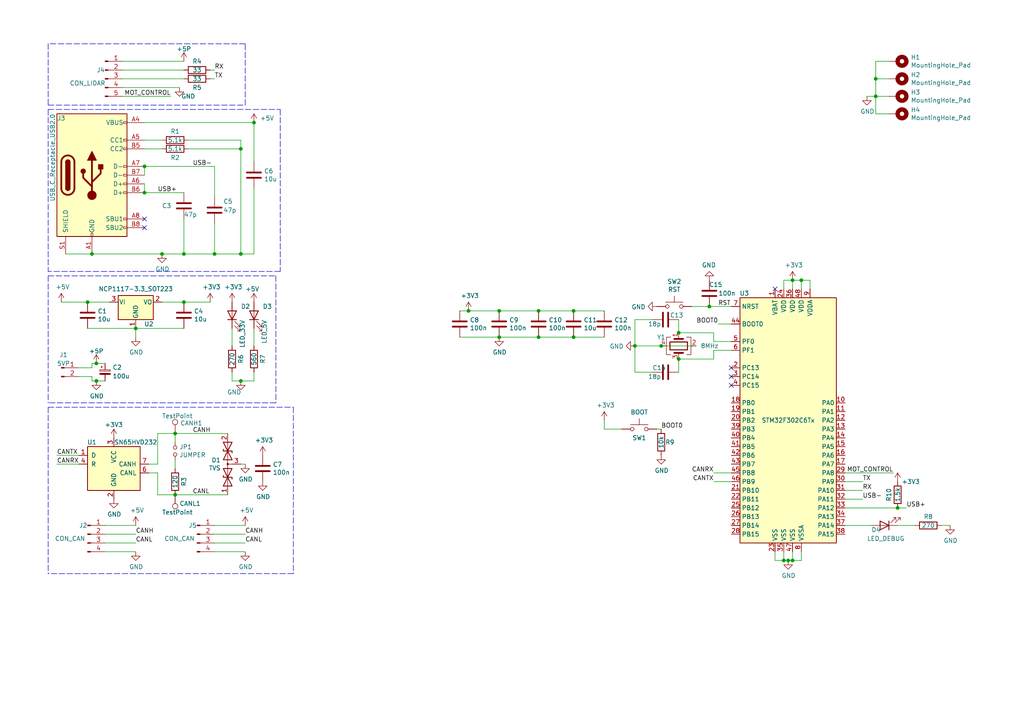
<source format=kicad_sch>
(kicad_sch (version 20211123) (generator eeschema)
  (paper "A4")
  (lib_symbols
    (symbol "Connector:Conn_01x02_Male" (pin_names (offset 1.016) hide)
      (property "Reference" "J" (at 0 2.54 0))
      (property "Value" "Conn_01x02_Male" (at 0 -5.08 0))
      (symbol "Conn_01x02_Male_1_1"
        (polyline (pts (xy 1.27 -2.54) (xy 0.8636 -2.54)) (stroke (width 0.1524)))
        (polyline (pts (xy 1.27 0) (xy 0.8636 0)) (stroke (width 0.1524)))
        (rectangle (start 0.8636 -2.413) (end 0 -2.667) (stroke (width 0.1524)) (fill (type outline)))
        (rectangle (start 0.8636 0.127) (end 0 -0.127) (stroke (width 0.1524)) (fill (type outline)))
        (pin passive line (at 5.08 0 180) (length 3.81) (name "Pin_1") (number "1"))
        (pin passive line (at 5.08 -2.54 180) (length 3.81) (name "Pin_2") (number "2"))
      )
    )
    (symbol "Connector:Conn_01x04_Male" (pin_names (offset 1.016) hide)
      (property "Reference" "J" (at 0 5.08 0))
      (property "Value" "Conn_01x04_Male" (at 0 -7.62 0))
      (symbol "Conn_01x04_Male_1_1"
        (polyline (pts (xy 1.27 -5.08) (xy 0.8636 -5.08)) (stroke (width 0.1524)))
        (polyline (pts (xy 1.27 -2.54) (xy 0.8636 -2.54)) (stroke (width 0.1524)))
        (polyline (pts (xy 1.27 0) (xy 0.8636 0)) (stroke (width 0.1524)))
        (polyline (pts (xy 1.27 2.54) (xy 0.8636 2.54)) (stroke (width 0.1524)))
        (rectangle (start 0.8636 -4.953) (end 0 -5.207) (stroke (width 0.1524)) (fill (type outline)))
        (rectangle (start 0.8636 -2.413) (end 0 -2.667) (stroke (width 0.1524)) (fill (type outline)))
        (rectangle (start 0.8636 0.127) (end 0 -0.127) (stroke (width 0.1524)) (fill (type outline)))
        (rectangle (start 0.8636 2.667) (end 0 2.413) (stroke (width 0.1524)) (fill (type outline)))
        (pin passive line (at 5.08 2.54 180) (length 3.81) (name "Pin_1") (number "1"))
        (pin passive line (at 5.08 0 180) (length 3.81) (name "Pin_2") (number "2"))
        (pin passive line (at 5.08 -2.54 180) (length 3.81) (name "Pin_3") (number "3"))
        (pin passive line (at 5.08 -5.08 180) (length 3.81) (name "Pin_4") (number "4"))
      )
    )
    (symbol "Connector:Conn_01x05_Male" (pin_names (offset 1.016) hide)
      (property "Reference" "J" (at 0 7.62 0))
      (property "Value" "Conn_01x05_Male" (at 0 -7.62 0))
      (symbol "Conn_01x05_Male_1_1"
        (polyline (pts (xy 1.27 -5.08) (xy 0.8636 -5.08)) (stroke (width 0.1524)))
        (polyline (pts (xy 1.27 -2.54) (xy 0.8636 -2.54)) (stroke (width 0.1524)))
        (polyline (pts (xy 1.27 0) (xy 0.8636 0)) (stroke (width 0.1524)))
        (polyline (pts (xy 1.27 2.54) (xy 0.8636 2.54)) (stroke (width 0.1524)))
        (polyline (pts (xy 1.27 5.08) (xy 0.8636 5.08)) (stroke (width 0.1524)))
        (rectangle (start 0.8636 -4.953) (end 0 -5.207) (stroke (width 0.1524)) (fill (type outline)))
        (rectangle (start 0.8636 -2.413) (end 0 -2.667) (stroke (width 0.1524)) (fill (type outline)))
        (rectangle (start 0.8636 0.127) (end 0 -0.127) (stroke (width 0.1524)) (fill (type outline)))
        (rectangle (start 0.8636 2.667) (end 0 2.413) (stroke (width 0.1524)) (fill (type outline)))
        (rectangle (start 0.8636 5.207) (end 0 4.953) (stroke (width 0.1524)) (fill (type outline)))
        (pin passive line (at 5.08 5.08 180) (length 3.81) (name "Pin_1") (number "1"))
        (pin passive line (at 5.08 2.54 180) (length 3.81) (name "Pin_2") (number "2"))
        (pin passive line (at 5.08 0 180) (length 3.81) (name "Pin_3") (number "3"))
        (pin passive line (at 5.08 -2.54 180) (length 3.81) (name "Pin_4") (number "4"))
        (pin passive line (at 5.08 -5.08 180) (length 3.81) (name "Pin_5") (number "5"))
      )
    )
    (symbol "Connector:TestPoint" (pin_numbers hide) (pin_names (offset 0.762) hide)
      (property "Reference" "TP" (at 0 6.858 0))
      (property "Value" "TestPoint" (at 0 5.08 0))
      (symbol "TestPoint_0_1"
        (circle (center 0 3.302) (radius 0.762))
      )
      (symbol "TestPoint_1_1"
        (pin passive line (at 0 0 90) (length 2.54) (name "1") (number "1"))
      )
    )
    (symbol "Device:C" (pin_numbers hide) (pin_names (offset 0.254))
      (property "Reference" "C" (at 0.635 2.54 0))
      (property "Value" "C" (at 0.635 -2.54 0))
      (symbol "C_0_1"
        (polyline (pts (xy -2.032 -0.762) (xy 2.032 -0.762)) (stroke (width 0.508)))
        (polyline (pts (xy -2.032 0.762) (xy 2.032 0.762)) (stroke (width 0.508)))
      )
      (symbol "C_1_1"
        (pin passive line (at 0 3.81 270) (length 2.794) (name "~") (number "1"))
        (pin passive line (at 0 -3.81 90) (length 2.794) (name "~") (number "2"))
      )
    )
    (symbol "Device:C_Polarized_Small" (pin_numbers hide) (pin_names (offset 0.254) hide)
      (property "Reference" "C" (at 0.254 1.778 0))
      (property "Value" "C_Polarized_Small" (at 0.254 -2.032 0))
      (symbol "C_Polarized_Small_0_1"
        (rectangle (start -1.524 -0.3048) (end 1.524 -0.6858) (fill (type outline)))
        (rectangle (start -1.524 0.6858) (end 1.524 0.3048))
        (polyline (pts (xy -1.27 1.524) (xy -0.762 1.524)))
        (polyline (pts (xy -1.016 1.27) (xy -1.016 1.778)))
      )
      (symbol "C_Polarized_Small_1_1"
        (pin passive line (at 0 2.54 270) (length 1.8542) (name "~") (number "1"))
        (pin passive line (at 0 -2.54 90) (length 1.8542) (name "~") (number "2"))
      )
    )
    (symbol "Device:Crystal_GND24" (pin_names (offset 1.016) hide)
      (property "Reference" "Y" (at 3.175 5.08 0))
      (property "Value" "Crystal_GND24" (at 3.175 3.175 0))
      (symbol "Crystal_GND24_0_1"
        (rectangle (start -1.143 2.54) (end 1.143 -2.54) (stroke (width 0.3048)))
        (polyline (pts (xy -2.54 0) (xy -2.032 0)))
        (polyline (pts (xy -2.032 -1.27) (xy -2.032 1.27)) (stroke (width 0.508)))
        (polyline (pts (xy 0 -3.81) (xy 0 -3.556)))
        (polyline (pts (xy 0 3.556) (xy 0 3.81)))
        (polyline (pts (xy 2.032 -1.27) (xy 2.032 1.27)) (stroke (width 0.508)))
        (polyline (pts (xy 2.032 0) (xy 2.54 0)))
        (polyline (pts (xy -2.54 -2.286) (xy -2.54 -3.556) (xy 2.54 -3.556) (xy 2.54 -2.286)))
        (polyline (pts (xy -2.54 2.286) (xy -2.54 3.556) (xy 2.54 3.556) (xy 2.54 2.286)))
      )
      (symbol "Crystal_GND24_1_1"
        (pin passive line (at -3.81 0 0) (length 1.27) (name "1") (number "1"))
        (pin passive line (at 0 5.08 270) (length 1.27) (name "2") (number "2"))
        (pin passive line (at 3.81 0 180) (length 1.27) (name "3") (number "3"))
        (pin passive line (at 0 -5.08 90) (length 1.27) (name "4") (number "4"))
      )
    )
    (symbol "Device:D_TVS_x2_AAC" (pin_names (offset 1.016) hide)
      (property "Reference" "D" (at 0 4.445 0))
      (property "Value" "Device_D_TVS_x2_AAC" (at 0 2.54 0))
      (symbol "D_TVS_x2_AAC_0_0"
        (polyline (pts (xy 0 -1.27) (xy 0 0)))
      )
      (symbol "D_TVS_x2_AAC_0_1"
        (polyline (pts (xy -6.35 0) (xy 6.35 0)))
        (polyline (pts (xy -3.302 1.27) (xy -3.81 1.27) (xy -3.81 -1.27) (xy -4.318 -1.27)) (stroke (width 0.254)))
        (polyline (pts (xy 4.318 1.27) (xy 3.81 1.27) (xy 3.81 -1.27) (xy 3.302 -1.27)) (stroke (width 0.254)))
        (polyline (pts (xy -6.35 1.27) (xy -1.27 -1.27) (xy -1.27 1.27) (xy -6.35 -1.27) (xy -6.35 1.27)) (stroke (width 0.254)))
        (polyline (pts (xy 6.35 1.27) (xy 1.27 -1.27) (xy 1.27 1.27) (xy 6.35 -1.27) (xy 6.35 1.27)) (stroke (width 0.254)))
        (circle (center 0 0) (radius 0.254) (fill (type outline)))
      )
      (symbol "D_TVS_x2_AAC_1_1"
        (pin passive line (at -8.89 0 0) (length 2.54) (name "A1") (number "1"))
        (pin passive line (at 8.89 0 180) (length 2.54) (name "A2") (number "2"))
        (pin input line (at 0 -3.81 90) (length 2.54) (name "common") (number "3"))
      )
    )
    (symbol "Device:Jumper_NO_Small" (pin_numbers hide) (pin_names (offset 0.762) hide)
      (property "Reference" "JP" (at 0 2.032 0))
      (property "Value" "Device_Jumper_NO_Small" (at 0.254 -1.524 0))
      (symbol "Jumper_NO_Small_0_1"
        (circle (center -1.016 0) (radius 0.508))
        (circle (center 1.016 0) (radius 0.508))
        (pin passive line (at -2.54 0 0) (length 1.016) (name "1") (number "1"))
        (pin passive line (at 2.54 0 180) (length 1.016) (name "2") (number "2"))
      )
    )
    (symbol "Device:LED" (pin_numbers hide) (pin_names (offset 1.016) hide)
      (property "Reference" "D" (at 0 2.54 0))
      (property "Value" "LED" (at 0 -2.54 0))
      (symbol "LED_0_1"
        (polyline (pts (xy -1.27 -1.27) (xy -1.27 1.27)) (stroke (width 0.254)))
        (polyline (pts (xy -1.27 0) (xy 1.27 0)))
        (polyline (pts (xy 1.27 -1.27) (xy 1.27 1.27) (xy -1.27 0) (xy 1.27 -1.27)) (stroke (width 0.254)))
        (polyline (pts (xy -3.048 -0.762) (xy -4.572 -2.286) (xy -3.81 -2.286) (xy -4.572 -2.286) (xy -4.572 -1.524)))
        (polyline (pts (xy -1.778 -0.762) (xy -3.302 -2.286) (xy -2.54 -2.286) (xy -3.302 -2.286) (xy -3.302 -1.524)))
      )
      (symbol "LED_1_1"
        (pin passive line (at -3.81 0 0) (length 2.54) (name "K") (number "1"))
        (pin passive line (at 3.81 0 180) (length 2.54) (name "A") (number "2"))
      )
    )
    (symbol "Device:R" (pin_numbers hide) (pin_names (offset 0))
      (property "Reference" "R" (at 2.032 0 90))
      (property "Value" "R" (at 0 0 90))
      (symbol "R_0_1"
        (rectangle (start -1.016 -2.54) (end 1.016 2.54) (stroke (width 0.254)))
      )
      (symbol "R_1_1"
        (pin passive line (at 0 3.81 270) (length 1.27) (name "~") (number "1"))
        (pin passive line (at 0 -3.81 90) (length 1.27) (name "~") (number "2"))
      )
    )
    (symbol "IO_Board_V1-rescue:USB_C_Receptacle_USB2.0-Connector" (pin_names (offset 1.016))
      (property "Reference" "J" (at -10.16 19.05 0))
      (property "Value" "USB_C_Receptacle_USB2.0-Connector" (at 19.05 19.05 0))
      (symbol "USB_C_Receptacle_USB2.0-Connector_0_0"
        (rectangle (start -0.254 -17.78) (end 0.254 -16.764))
        (rectangle (start 10.16 -14.986) (end 9.144 -15.494))
        (rectangle (start 10.16 -12.446) (end 9.144 -12.954))
        (rectangle (start 10.16 -4.826) (end 9.144 -5.334))
        (rectangle (start 10.16 -2.286) (end 9.144 -2.794))
        (rectangle (start 10.16 0.254) (end 9.144 -0.254))
        (rectangle (start 10.16 2.794) (end 9.144 2.286))
        (rectangle (start 10.16 7.874) (end 9.144 7.366))
        (rectangle (start 10.16 10.414) (end 9.144 9.906))
        (rectangle (start 10.16 15.494) (end 9.144 14.986))
      )
      (symbol "USB_C_Receptacle_USB2.0-Connector_0_1"
        (rectangle (start -10.16 17.78) (end 10.16 -17.78) (stroke (width 0.254)) (fill (type background)))
        (arc (start -8.89 -3.81) (mid -6.985 -5.715) (end -5.08 -3.81) (stroke (width 0.508)))
        (arc (start -7.62 -3.81) (mid -6.985 -4.445) (end -6.35 -3.81) (stroke (width 0.254)))
        (arc (start -7.62 -3.81) (mid -6.985 -4.445) (end -6.35 -3.81) (stroke (width 0.254)) (fill (type outline)))
        (rectangle (start -7.62 -3.81) (end -6.35 3.81) (stroke (width 0.254)) (fill (type outline)))
        (arc (start -6.35 3.81) (mid -6.985 4.445) (end -7.62 3.81) (stroke (width 0.254)))
        (arc (start -6.35 3.81) (mid -6.985 4.445) (end -7.62 3.81) (stroke (width 0.254)) (fill (type outline)))
        (arc (start -5.08 3.81) (mid -6.985 5.715) (end -8.89 3.81) (stroke (width 0.508)))
        (circle (center -2.54 1.143) (radius 0.635) (stroke (width 0.254)) (fill (type outline)))
        (circle (center 0 -5.842) (radius 1.27) (fill (type outline)))
        (polyline (pts (xy -8.89 -3.81) (xy -8.89 3.81)) (stroke (width 0.508)))
        (polyline (pts (xy -5.08 3.81) (xy -5.08 -3.81)) (stroke (width 0.508)))
        (polyline (pts (xy 0 -5.842) (xy 0 4.318)) (stroke (width 0.508)))
        (polyline (pts (xy 0 -3.302) (xy -2.54 -0.762) (xy -2.54 0.508)) (stroke (width 0.508)))
        (polyline (pts (xy 0 -2.032) (xy 2.54 0.508) (xy 2.54 1.778)) (stroke (width 0.508)))
        (polyline (pts (xy -1.27 4.318) (xy 0 6.858) (xy 1.27 4.318) (xy -1.27 4.318)) (stroke (width 0.254)) (fill (type outline)))
        (rectangle (start 1.905 1.778) (end 3.175 3.048) (stroke (width 0.254)) (fill (type outline)))
      )
      (symbol "USB_C_Receptacle_USB2.0-Connector_1_1"
        (pin passive line (at 0 -22.86 90) (length 5.08) (name "GND") (number "A1"))
        (pin passive line (at 0 -22.86 90) (length 5.08) hide (name "GND") (number "A12"))
        (pin passive line (at 15.24 15.24 180) (length 5.08) (name "VBUS") (number "A4"))
        (pin bidirectional line (at 15.24 10.16 180) (length 5.08) (name "CC1") (number "A5"))
        (pin bidirectional line (at 15.24 -2.54 180) (length 5.08) (name "D+") (number "A6"))
        (pin bidirectional line (at 15.24 2.54 180) (length 5.08) (name "D-") (number "A7"))
        (pin bidirectional line (at 15.24 -12.7 180) (length 5.08) (name "SBU1") (number "A8"))
        (pin passive line (at 15.24 15.24 180) (length 5.08) hide (name "VBUS") (number "A9"))
        (pin passive line (at 0 -22.86 90) (length 5.08) hide (name "GND") (number "B1"))
        (pin passive line (at 0 -22.86 90) (length 5.08) hide (name "GND") (number "B12"))
        (pin passive line (at 15.24 15.24 180) (length 5.08) hide (name "VBUS") (number "B4"))
        (pin bidirectional line (at 15.24 7.62 180) (length 5.08) (name "CC2") (number "B5"))
        (pin bidirectional line (at 15.24 -5.08 180) (length 5.08) (name "D+") (number "B6"))
        (pin bidirectional line (at 15.24 0 180) (length 5.08) (name "D-") (number "B7"))
        (pin bidirectional line (at 15.24 -15.24 180) (length 5.08) (name "SBU2") (number "B8"))
        (pin passive line (at 15.24 15.24 180) (length 5.08) hide (name "VBUS") (number "B9"))
        (pin passive line (at -7.62 -22.86 90) (length 5.08) (name "SHIELD") (number "S1"))
      )
    )
    (symbol "Interface_CAN_LIN:SN65HVD232" (pin_names (offset 1.016))
      (property "Reference" "U" (at -2.54 10.16 0))
      (property "Value" "SN65HVD232" (at -2.54 7.62 0))
      (symbol "SN65HVD232_0_1"
        (rectangle (start -7.62 5.08) (end 7.62 -7.62) (stroke (width 0.254)) (fill (type background)))
      )
      (symbol "SN65HVD232_1_1"
        (pin input line (at -10.16 2.54 0) (length 2.54) (name "D") (number "1"))
        (pin power_in line (at 0 -10.16 90) (length 2.54) (name "GND") (number "2"))
        (pin power_in line (at 0 7.62 270) (length 2.54) (name "VCC") (number "3"))
        (pin output line (at -10.16 0 0) (length 2.54) (name "R") (number "4"))
        (pin no_connect line (at -10.16 -2.54 0) (length 2.54) hide (name "NC") (number "5"))
        (pin bidirectional line (at 10.16 -2.54 180) (length 2.54) (name "CANL") (number "6"))
        (pin bidirectional line (at 10.16 0 180) (length 2.54) (name "CANH") (number "7"))
        (pin no_connect line (at -10.16 -5.08 0) (length 2.54) hide (name "NC") (number "8"))
      )
    )
    (symbol "MCU_ST_STM32F3:STM32F302C6Tx"
      (property "Reference" "U" (at -15.24 36.83 0))
      (property "Value" "STM32F302C6Tx" (at 7.62 36.83 0))
      (symbol "STM32F302C6Tx_0_1"
        (rectangle (start -15.24 -35.56) (end 12.7 35.56) (stroke (width 0.254)) (fill (type background)))
      )
      (symbol "STM32F302C6Tx_1_1"
        (pin power_in line (at -5.08 38.1 270) (length 2.54) (name "VBAT") (number "1"))
        (pin bidirectional line (at 15.24 5.08 180) (length 2.54) (name "PA0") (number "10"))
        (pin bidirectional line (at 15.24 2.54 180) (length 2.54) (name "PA1") (number "11"))
        (pin bidirectional line (at 15.24 0 180) (length 2.54) (name "PA2") (number "12"))
        (pin bidirectional line (at 15.24 -2.54 180) (length 2.54) (name "PA3") (number "13"))
        (pin bidirectional line (at 15.24 -5.08 180) (length 2.54) (name "PA4") (number "14"))
        (pin bidirectional line (at 15.24 -7.62 180) (length 2.54) (name "PA5") (number "15"))
        (pin bidirectional line (at 15.24 -10.16 180) (length 2.54) (name "PA6") (number "16"))
        (pin bidirectional line (at 15.24 -12.7 180) (length 2.54) (name "PA7") (number "17"))
        (pin bidirectional line (at -17.78 5.08 0) (length 2.54) (name "PB0") (number "18"))
        (pin bidirectional line (at -17.78 2.54 0) (length 2.54) (name "PB1") (number "19"))
        (pin bidirectional line (at -17.78 15.24 0) (length 2.54) (name "PC13") (number "2"))
        (pin bidirectional line (at -17.78 0 0) (length 2.54) (name "PB2") (number "20"))
        (pin bidirectional line (at -17.78 -20.32 0) (length 2.54) (name "PB10") (number "21"))
        (pin bidirectional line (at -17.78 -22.86 0) (length 2.54) (name "PB11") (number "22"))
        (pin power_in line (at -5.08 -38.1 90) (length 2.54) (name "VSS") (number "23"))
        (pin power_in line (at -2.54 38.1 270) (length 2.54) (name "VDD") (number "24"))
        (pin bidirectional line (at -17.78 -25.4 0) (length 2.54) (name "PB12") (number "25"))
        (pin bidirectional line (at -17.78 -27.94 0) (length 2.54) (name "PB13") (number "26"))
        (pin bidirectional line (at -17.78 -30.48 0) (length 2.54) (name "PB14") (number "27"))
        (pin bidirectional line (at -17.78 -33.02 0) (length 2.54) (name "PB15") (number "28"))
        (pin bidirectional line (at 15.24 -15.24 180) (length 2.54) (name "PA8") (number "29"))
        (pin bidirectional line (at -17.78 12.7 0) (length 2.54) (name "PC14") (number "3"))
        (pin bidirectional line (at 15.24 -17.78 180) (length 2.54) (name "PA9") (number "30"))
        (pin bidirectional line (at 15.24 -20.32 180) (length 2.54) (name "PA10") (number "31"))
        (pin bidirectional line (at 15.24 -22.86 180) (length 2.54) (name "PA11") (number "32"))
        (pin bidirectional line (at 15.24 -25.4 180) (length 2.54) (name "PA12") (number "33"))
        (pin bidirectional line (at 15.24 -27.94 180) (length 2.54) (name "PA13") (number "34"))
        (pin power_in line (at -2.54 -38.1 90) (length 2.54) (name "VSS") (number "35"))
        (pin power_in line (at 0 38.1 270) (length 2.54) (name "VDD") (number "36"))
        (pin bidirectional line (at 15.24 -30.48 180) (length 2.54) (name "PA14") (number "37"))
        (pin bidirectional line (at 15.24 -33.02 180) (length 2.54) (name "PA15") (number "38"))
        (pin bidirectional line (at -17.78 -2.54 0) (length 2.54) (name "PB3") (number "39"))
        (pin bidirectional line (at -17.78 10.16 0) (length 2.54) (name "PC15") (number "4"))
        (pin bidirectional line (at -17.78 -5.08 0) (length 2.54) (name "PB4") (number "40"))
        (pin bidirectional line (at -17.78 -7.62 0) (length 2.54) (name "PB5") (number "41"))
        (pin bidirectional line (at -17.78 -10.16 0) (length 2.54) (name "PB6") (number "42"))
        (pin bidirectional line (at -17.78 -12.7 0) (length 2.54) (name "PB7") (number "43"))
        (pin input line (at -17.78 27.94 0) (length 2.54) (name "BOOT0") (number "44"))
        (pin bidirectional line (at -17.78 -15.24 0) (length 2.54) (name "PB8") (number "45"))
        (pin bidirectional line (at -17.78 -17.78 0) (length 2.54) (name "PB9") (number "46"))
        (pin power_in line (at 0 -38.1 90) (length 2.54) (name "VSS") (number "47"))
        (pin power_in line (at 2.54 38.1 270) (length 2.54) (name "VDD") (number "48"))
        (pin input line (at -17.78 22.86 0) (length 2.54) (name "PF0") (number "5"))
        (pin input line (at -17.78 20.32 0) (length 2.54) (name "PF1") (number "6"))
        (pin input line (at -17.78 33.02 0) (length 2.54) (name "NRST") (number "7"))
        (pin power_in line (at 2.54 -38.1 90) (length 2.54) (name "VSSA") (number "8"))
        (pin power_in line (at 5.08 38.1 270) (length 2.54) (name "VDDA") (number "9"))
      )
    )
    (symbol "Mechanical:MountingHole_Pad" (pin_numbers hide) (pin_names (offset 1.016) hide)
      (property "Reference" "H" (at 0 6.35 0))
      (property "Value" "MountingHole_Pad" (at 0 4.445 0))
      (symbol "MountingHole_Pad_0_1"
        (circle (center 0 1.27) (radius 1.27) (stroke (width 1.27)))
      )
      (symbol "MountingHole_Pad_1_1"
        (pin input line (at 0 -2.54 90) (length 2.54) (name "1") (number "1"))
      )
    )
    (symbol "Regulator_Linear:NCP1117-3.3_SOT223" (pin_names (offset 0.254))
      (property "Reference" "U" (at -3.81 3.175 0))
      (property "Value" "NCP1117-3.3_SOT223" (at 0 3.175 0))
      (symbol "NCP1117-3.3_SOT223_0_1"
        (rectangle (start -5.08 -5.08) (end 5.08 1.905) (stroke (width 0.254)) (fill (type background)))
      )
      (symbol "NCP1117-3.3_SOT223_1_1"
        (pin power_in line (at 0 -7.62 90) (length 2.54) (name "GND") (number "1"))
        (pin power_out line (at 7.62 0 180) (length 2.54) (name "VO") (number "2"))
        (pin power_in line (at -7.62 0 0) (length 2.54) (name "VI") (number "3"))
      )
    )
    (symbol "Switch:SW_Push" (pin_numbers hide) (pin_names (offset 1.016) hide)
      (property "Reference" "SW" (at 1.27 2.54 0))
      (property "Value" "SW_Push" (at 0 -1.524 0))
      (symbol "SW_Push_0_1"
        (circle (center -2.032 0) (radius 0.508))
        (polyline (pts (xy 0 1.27) (xy 0 3.048)))
        (polyline (pts (xy 2.54 1.27) (xy -2.54 1.27)))
        (circle (center 2.032 0) (radius 0.508))
        (pin passive line (at -5.08 0 0) (length 2.54) (name "1") (number "1"))
        (pin passive line (at 5.08 0 180) (length 2.54) (name "2") (number "2"))
      )
    )
    (symbol "power:+3.3V" (power) (pin_names (offset 0))
      (property "Value" "+3.3V" (at 0 3.556 0))
      (symbol "+3.3V_0_1"
        (polyline (pts (xy -0.762 1.27) (xy 0 2.54)))
        (polyline (pts (xy 0 0) (xy 0 2.54)))
        (polyline (pts (xy 0 2.54) (xy 0.762 1.27)))
      )
      (symbol "+3.3V_1_1"
        (pin power_in line (at 0 0 90) (length 0) hide (name "+3V3") (number "1"))
      )
    )
    (symbol "power:+5P" (power) (pin_names (offset 0))
      (property "Value" "+5P" (at 0 3.556 0))
      (symbol "+5P_0_1"
        (polyline (pts (xy -0.762 1.27) (xy 0 2.54)))
        (polyline (pts (xy 0 0) (xy 0 2.54)))
        (polyline (pts (xy 0 2.54) (xy 0.762 1.27)))
      )
      (symbol "+5P_1_1"
        (pin power_in line (at 0 0 90) (length 0) hide (name "+5P") (number "1"))
      )
    )
    (symbol "power:+5V" (power) (pin_names (offset 0))
      (property "Value" "+5V" (at 0 3.556 0))
      (symbol "+5V_0_1"
        (polyline (pts (xy -0.762 1.27) (xy 0 2.54)))
        (polyline (pts (xy 0 0) (xy 0 2.54)))
        (polyline (pts (xy 0 2.54) (xy 0.762 1.27)))
      )
      (symbol "+5V_1_1"
        (pin power_in line (at 0 0 90) (length 0) hide (name "+5V") (number "1"))
      )
    )
    (symbol "power:GND" (power) (pin_names (offset 0))
      (property "Value" "GND" (at 0 -3.81 0))
      (symbol "GND_0_1"
        (polyline (pts (xy 0 0) (xy 0 -1.27) (xy 1.27 -1.27) (xy 0 -2.54) (xy -1.27 -1.27) (xy 0 -1.27)))
      )
      (symbol "GND_1_1"
        (pin power_in line (at 0 0 270) (length 0) hide (name "GND") (number "1"))
      )
    )
  )
  (junction (at 156.21 90.17))
  (junction (at 46.99 73.66))
  (junction (at 27.94 105.41))
  (junction (at 254 22.86))
  (junction (at 228.6 162.56))
  (junction (at 69.85 73.66))
  (junction (at 73.66 35.56))
  (junction (at 53.34 73.66))
  (junction (at 144.78 90.17))
  (junction (at 69.85 110.49))
  (junction (at 166.37 97.79))
  (junction (at 53.34 87.63))
  (junction (at 191.77 100.33))
  (junction (at 205.74 88.9))
  (junction (at 166.37 90.17))
  (junction (at 229.87 81.28))
  (junction (at 184.15 100.33))
  (junction (at 41.91 48.26))
  (junction (at 196.85 104.14))
  (junction (at 232.41 81.28))
  (junction (at 135.89 90.17))
  (junction (at 26.67 73.66))
  (junction (at 229.87 162.56))
  (junction (at 50.8 125.73))
  (junction (at 227.33 162.56))
  (junction (at 39.37 95.25))
  (junction (at 41.91 55.88))
  (junction (at 144.78 97.79))
  (junction (at 62.23 73.66))
  (junction (at 25.4 87.63))
  (junction (at 156.21 97.79))
  (junction (at 254 27.94))
  (junction (at 260.35 147.32))
  (junction (at 50.8 143.51))
  (junction (at 196.85 96.52))
  (junction (at 69.85 43.18))
  (junction (at 27.94 110.49))
  (no_connect (at 212.09 111.76))
  (no_connect (at 41.91 66.04))
  (no_connect (at 41.91 63.5))
  (no_connect (at 212.09 109.22))
  (no_connect (at 212.09 106.68))
  (no_connect (at 224.79 83.82))
  (wire (pts (xy 133.35 97.79) (xy 144.78 97.79)))
  (polyline (pts (xy 13.97 12.7) (xy 13.97 30.48)))
  (wire (pts (xy 260.35 147.32) (xy 262.89 147.32)))
  (polyline (pts (xy 13.97 80.01) (xy 13.97 116.84)))
  (wire (pts (xy 27.94 105.41) (xy 30.48 105.41)))
  (wire (pts (xy 200.66 88.9) (xy 205.74 88.9)))
  (wire (pts (xy 62.23 22.86) (xy 60.96 22.86)))
  (polyline (pts (xy 13.97 80.01) (xy 80.01 80.01)))
  (wire (pts (xy 229.87 160.02) (xy 229.87 162.56)))
  (wire (pts (xy 232.41 81.28) (xy 232.41 83.82)))
  (wire (pts (xy 69.85 134.62) (xy 71.12 134.62)))
  (wire (pts (xy 166.37 90.17) (xy 175.26 90.17)))
  (wire (pts (xy 46.99 73.66) (xy 53.34 73.66)))
  (wire (pts (xy 201.93 100.33) (xy 191.77 100.33)))
  (wire (pts (xy 227.33 160.02) (xy 227.33 162.56)))
  (wire (pts (xy 43.18 137.16) (xy 45.72 137.16)))
  (wire (pts (xy 35.56 17.78) (xy 53.34 17.78)))
  (wire (pts (xy 30.48 157.48) (xy 39.37 157.48)))
  (wire (pts (xy 43.18 134.62) (xy 45.72 134.62)))
  (wire (pts (xy 46.99 87.63) (xy 53.34 87.63)))
  (wire (pts (xy 212.09 99.06) (xy 207.01 99.06)))
  (wire (pts (xy 62.23 48.26) (xy 62.23 57.15)))
  (wire (pts (xy 257.81 22.86) (xy 254 22.86)))
  (wire (pts (xy 69.85 40.64) (xy 69.85 43.18)))
  (wire (pts (xy 228.6 162.56) (xy 229.87 162.56)))
  (polyline (pts (xy 85.09 166.37) (xy 13.97 166.37)))
  (wire (pts (xy 212.09 139.7) (xy 207.01 139.7)))
  (polyline (pts (xy 13.97 31.75) (xy 81.28 31.75)))
  (wire (pts (xy 41.91 43.18) (xy 46.99 43.18)))
  (wire (pts (xy 184.15 100.33) (xy 184.15 107.95)))
  (wire (pts (xy 30.48 154.94) (xy 39.37 154.94)))
  (wire (pts (xy 229.87 81.28) (xy 232.41 81.28)))
  (polyline (pts (xy 71.12 30.48) (xy 71.12 12.7)))
  (wire (pts (xy 207.01 104.14) (xy 207.01 101.6)))
  (wire (pts (xy 166.37 97.79) (xy 175.26 97.79)))
  (wire (pts (xy 227.33 162.56) (xy 228.6 162.56)))
  (wire (pts (xy 212.09 137.16) (xy 207.01 137.16)))
  (wire (pts (xy 254 27.94) (xy 254 33.02)))
  (wire (pts (xy 260.35 152.4) (xy 265.43 152.4)))
  (wire (pts (xy 133.35 90.17) (xy 135.89 90.17)))
  (wire (pts (xy 41.91 55.88) (xy 53.34 55.88)))
  (wire (pts (xy 196.85 104.14) (xy 207.01 104.14)))
  (wire (pts (xy 30.48 110.49) (xy 27.94 110.49)))
  (wire (pts (xy 184.15 92.71) (xy 184.15 100.33)))
  (polyline (pts (xy 80.01 116.84) (xy 13.97 116.84)))
  (wire (pts (xy 62.23 64.77) (xy 62.23 73.66)))
  (wire (pts (xy 62.23 157.48) (xy 71.12 157.48)))
  (wire (pts (xy 144.78 90.17) (xy 156.21 90.17)))
  (wire (pts (xy 22.86 132.08) (xy 16.51 132.08)))
  (wire (pts (xy 245.11 137.16) (xy 259.08 137.16)))
  (wire (pts (xy 190.5 124.46) (xy 191.77 124.46)))
  (wire (pts (xy 205.74 88.9) (xy 212.09 88.9)))
  (wire (pts (xy 227.33 83.82) (xy 227.33 81.28)))
  (wire (pts (xy 35.56 20.32) (xy 53.34 20.32)))
  (wire (pts (xy 27.94 110.49) (xy 26.67 110.49)))
  (wire (pts (xy 196.85 107.95) (xy 196.85 104.14)))
  (wire (pts (xy 254 27.94) (xy 251.46 27.94)))
  (wire (pts (xy 41.91 35.56) (xy 73.66 35.56)))
  (wire (pts (xy 19.05 73.66) (xy 26.67 73.66)))
  (wire (pts (xy 25.4 87.63) (xy 31.75 87.63)))
  (wire (pts (xy 39.37 95.25) (xy 25.4 95.25)))
  (wire (pts (xy 45.72 143.51) (xy 50.8 143.51)))
  (wire (pts (xy 26.67 109.22) (xy 22.86 109.22)))
  (wire (pts (xy 69.85 73.66) (xy 73.66 73.66)))
  (wire (pts (xy 54.61 40.64) (xy 69.85 40.64)))
  (wire (pts (xy 50.8 128.27) (xy 50.8 125.73)))
  (polyline (pts (xy 13.97 30.48) (xy 71.12 30.48)))
  (polyline (pts (xy 13.97 118.11) (xy 85.09 118.11)))
  (wire (pts (xy 39.37 95.25) (xy 39.37 97.79)))
  (wire (pts (xy 229.87 83.82) (xy 229.87 81.28)))
  (wire (pts (xy 257.81 27.94) (xy 254 27.94)))
  (wire (pts (xy 22.86 134.62) (xy 16.51 134.62)))
  (wire (pts (xy 234.95 81.28) (xy 234.95 83.82)))
  (wire (pts (xy 45.72 137.16) (xy 45.72 143.51)))
  (wire (pts (xy 67.31 110.49) (xy 69.85 110.49)))
  (wire (pts (xy 254 33.02) (xy 257.81 33.02)))
  (wire (pts (xy 207.01 101.6) (xy 212.09 101.6)))
  (wire (pts (xy 189.23 92.71) (xy 184.15 92.71)))
  (wire (pts (xy 229.87 162.56) (xy 232.41 162.56)))
  (wire (pts (xy 22.86 106.68) (xy 26.67 106.68)))
  (wire (pts (xy 207.01 99.06) (xy 207.01 96.52)))
  (wire (pts (xy 227.33 81.28) (xy 229.87 81.28)))
  (wire (pts (xy 156.21 97.79) (xy 144.78 97.79)))
  (wire (pts (xy 62.23 152.4) (xy 71.12 152.4)))
  (wire (pts (xy 45.72 134.62) (xy 45.72 125.73)))
  (polyline (pts (xy 13.97 31.75) (xy 13.97 78.74)))
  (polyline (pts (xy 71.12 12.7) (xy 13.97 12.7)))
  (wire (pts (xy 53.34 63.5) (xy 53.34 73.66)))
  (wire (pts (xy 196.85 92.71) (xy 196.85 96.52)))
  (wire (pts (xy 50.8 133.35) (xy 50.8 135.89)))
  (wire (pts (xy 254 22.86) (xy 254 27.94)))
  (wire (pts (xy 30.48 152.4) (xy 39.37 152.4)))
  (wire (pts (xy 17.78 87.63) (xy 25.4 87.63)))
  (wire (pts (xy 257.81 17.78) (xy 254 17.78)))
  (wire (pts (xy 135.89 90.17) (xy 144.78 90.17)))
  (polyline (pts (xy 81.28 78.74) (xy 13.97 78.74)))
  (wire (pts (xy 232.41 162.56) (xy 232.41 160.02)))
  (wire (pts (xy 62.23 160.02) (xy 71.12 160.02)))
  (wire (pts (xy 67.31 107.95) (xy 67.31 110.49)))
  (wire (pts (xy 50.8 143.51) (xy 66.04 143.51)))
  (wire (pts (xy 30.48 160.02) (xy 39.37 160.02)))
  (wire (pts (xy 26.67 106.68) (xy 26.67 105.41)))
  (wire (pts (xy 41.91 50.8) (xy 41.91 48.26)))
  (wire (pts (xy 35.56 27.94) (xy 49.53 27.94)))
  (wire (pts (xy 156.21 97.79) (xy 166.37 97.79)))
  (wire (pts (xy 26.67 110.49) (xy 26.67 109.22)))
  (wire (pts (xy 54.61 43.18) (xy 69.85 43.18)))
  (wire (pts (xy 245.11 139.7) (xy 250.19 139.7)))
  (wire (pts (xy 50.8 125.73) (xy 66.04 125.73)))
  (wire (pts (xy 26.67 105.41) (xy 27.94 105.41)))
  (wire (pts (xy 156.21 90.17) (xy 166.37 90.17)))
  (wire (pts (xy 45.72 125.73) (xy 50.8 125.73)))
  (wire (pts (xy 207.01 96.52) (xy 196.85 96.52)))
  (wire (pts (xy 232.41 81.28) (xy 234.95 81.28)))
  (wire (pts (xy 180.34 124.46) (xy 175.26 124.46)))
  (wire (pts (xy 245.11 142.24) (xy 250.19 142.24)))
  (wire (pts (xy 53.34 87.63) (xy 60.96 87.63)))
  (wire (pts (xy 41.91 48.26) (xy 62.23 48.26)))
  (wire (pts (xy 191.77 100.33) (xy 184.15 100.33)))
  (wire (pts (xy 245.11 147.32) (xy 260.35 147.32)))
  (wire (pts (xy 224.79 162.56) (xy 227.33 162.56)))
  (wire (pts (xy 175.26 124.46) (xy 175.26 121.92)))
  (wire (pts (xy 245.11 144.78) (xy 250.19 144.78)))
  (wire (pts (xy 41.91 53.34) (xy 41.91 55.88)))
  (wire (pts (xy 67.31 95.25) (xy 67.31 100.33)))
  (wire (pts (xy 252.73 152.4) (xy 245.11 152.4)))
  (wire (pts (xy 53.34 73.66) (xy 62.23 73.66)))
  (wire (pts (xy 73.66 35.56) (xy 73.66 46.99)))
  (wire (pts (xy 224.79 160.02) (xy 224.79 162.56)))
  (wire (pts (xy 254 17.78) (xy 254 22.86)))
  (wire (pts (xy 35.56 22.86) (xy 53.34 22.86)))
  (polyline (pts (xy 80.01 80.01) (xy 80.01 116.84)))
  (wire (pts (xy 73.66 73.66) (xy 73.66 54.61)))
  (wire (pts (xy 62.23 154.94) (xy 71.12 154.94)))
  (wire (pts (xy 73.66 95.25) (xy 73.66 100.33)))
  (wire (pts (xy 73.66 110.49) (xy 73.66 107.95)))
  (wire (pts (xy 26.67 73.66) (xy 46.99 73.66)))
  (polyline (pts (xy 85.09 118.11) (xy 85.09 166.37)))
  (wire (pts (xy 53.34 95.25) (xy 39.37 95.25)))
  (wire (pts (xy 41.91 40.64) (xy 46.99 40.64)))
  (wire (pts (xy 62.23 20.32) (xy 60.96 20.32)))
  (wire (pts (xy 273.05 152.4) (xy 275.59 152.4)))
  (polyline (pts (xy 13.97 118.11) (xy 13.97 166.37)))
  (wire (pts (xy 69.85 43.18) (xy 69.85 73.66)))
  (wire (pts (xy 35.56 25.4) (xy 52.07 25.4)))
  (wire (pts (xy 184.15 107.95) (xy 189.23 107.95)))
  (polyline (pts (xy 81.28 31.75) (xy 81.28 78.74)))
  (wire (pts (xy 62.23 73.66) (xy 69.85 73.66)))
  (wire (pts (xy 212.09 93.98) (xy 208.28 93.98)))
  (wire (pts (xy 69.85 110.49) (xy 73.66 110.49)))
  (label "CANH" (at 39.37 154.94 0))
  (label "CANTX" (at 207.01 139.7 180))
  (label "CANL" (at 71.12 157.48 0))
  (label "CANRX" (at 16.51 134.62 0))
  (label "MOT_CONTROL" (at 49.53 27.94 180))
  (label "RX" (at 250.19 142.24 0))
  (label "BOOT0" (at 191.77 124.46 0))
  (label "USB-" (at 55.88 48.26 0))
  (label "TX" (at 62.23 22.86 0))
  (label "CANH" (at 55.88 125.73 0))
  (label "BOOT0" (at 208.28 93.98 180))
  (label "MOT_CONTROL" (at 259.08 137.16 180))
  (label "CANRX" (at 207.01 137.16 180))
  (label "RX" (at 62.23 20.32 0))
  (label "CANL" (at 55.88 143.51 0))
  (label "CANH" (at 71.12 154.94 0))
  (label "USB+" (at 45.72 55.88 0))
  (label "USB+" (at 262.89 147.32 0))
  (label "RST" (at 208.28 88.9 0))
  (label "TX" (at 250.19 139.7 0))
  (label "USB-" (at 250.19 144.78 0))
  (label "CANL" (at 39.37 157.48 0))
  (label "CANTX" (at 16.51 132.08 0))
  (symbol (lib_id "power:GND") (at 251.46 27.94 0) (unit 1)
    (property "Reference" "#PWR0101" (effects hide))
    (property "Value" "GND" (at 251.587 32.3342 0))
  )
  (symbol (lib_id "power:GND") (at 71.12 160.02 0) (unit 1)
    (property "Reference" "#PWR017" (effects hide))
    (property "Value" "GND" (at 71.247 164.4142 0))
  )
  (symbol (lib_id "Switch:SW_Push") (at 195.58 88.9 0) (unit 1)
    (property "Reference" "SW2" (at 195.58 81.661 0))
    (property "Value" "RST" (at 195.58 83.9724 0))
    (property "Footprint" "Button_Switch_SMD:SW_SPST_CK_RS282G05A3" (effects hide))
  )
  (symbol (lib_id "Regulator_Linear:NCP1117-3.3_SOT223") (at 39.37 87.63 0) (unit 1)
    (property "Reference" "U2" (at 43.18 93.98 0))
    (property "Value" "NCP1117-3.3_SOT223" (at 39.37 83.7946 0))
    (property "Footprint" "Package_TO_SOT_SMD:SOT-223-3_TabPin2" (effects hide))
    (property "Datasheet" "http://www.onsemi.com/pub_link/Collateral/NCP1117-D.PDF" (effects hide))
  )
  (symbol (lib_id "power:GND") (at 71.12 134.62 0) (unit 1)
    (property "Reference" "#PWR015" (effects hide))
    (property "Value" "GND" (at 71.247 139.0142 0))
  )
  (symbol (lib_id "power:+5V") (at 39.37 152.4 0) (unit 1)
    (property "Reference" "#PWR07" (effects hide))
    (property "Value" "+5V" (at 39.751 148.0058 0))
  )
  (symbol (lib_id "power:+3.3V") (at 229.87 81.28 0) (unit 1)
    (property "Reference" "#PWR031" (effects hide))
    (property "Value" "+3.3V" (at 230.251 76.8858 0))
  )
  (symbol (lib_id "power:+3.3V") (at 60.96 87.63 0) (unit 1)
    (property "Reference" "#PWR012" (effects hide))
    (property "Value" "+3.3V" (at 61.341 83.2358 0))
  )
  (symbol (lib_id "Device:C_Polarized_Small") (at 30.48 107.95 0) (unit 1)
    (property "Reference" "C2" (at 32.639 106.5692 0) (effects (justify left)))
    (property "Value" "100u" (at 32.639 109.1061 0) (effects (justify left)))
    (property "Footprint" "Capacitor_THT:CP_Radial_D10.0mm_P5.00mm" (effects hide))
  )
  (symbol (lib_id "Device:C") (at 133.35 93.98 0) (unit 1)
    (property "Reference" "C8" (at 136.271 92.8116 0) (effects (justify left)))
    (property "Value" "100n" (at 136.271 95.123 0) (effects (justify left)))
    (property "Footprint" "Capacitor_SMD:C_0805_2012Metric_Pad1.18x1.45mm_HandSolder" (effects hide))
  )
  (symbol (lib_id "power:+5V") (at 73.66 87.63 0) (unit 1)
    (property "Reference" "#PWR019" (effects hide))
    (property "Value" "+5V" (at 71.12 83.82 0) (effects (justify left)))
  )
  (symbol (lib_id "power:GND") (at 184.15 100.33 270) (unit 1)
    (property "Reference" "#PWR026" (effects hide))
    (property "Value" "GND" (at 180.8988 100.457 90) (effects (justify right)))
  )
  (symbol (lib_id "Device:C") (at 62.23 60.96 0) (unit 1)
    (property "Reference" "C5" (at 64.77 58.42 0) (effects (justify left)))
    (property "Value" "47p" (at 64.77 60.96 0) (effects (justify left)))
    (property "Footprint" "Capacitor_SMD:C_0805_2012Metric_Pad1.18x1.45mm_HandSolder" (effects hide))
  )
  (symbol (lib_id "Device:C") (at 144.78 93.98 0) (unit 1)
    (property "Reference" "C9" (at 147.701 92.8116 0) (effects (justify left)))
    (property "Value" "100n" (at 147.701 95.123 0) (effects (justify left)))
    (property "Footprint" "Capacitor_SMD:C_0805_2012Metric_Pad1.18x1.45mm_HandSolder" (effects hide))
  )
  (symbol (lib_id "power:GND") (at 69.85 110.49 0) (unit 1)
    (property "Reference" "#PWR014" (effects hide))
    (property "Value" "GND" (at 69.977 113.7412 0) (effects (justify right)))
  )
  (symbol (lib_id "Device:LED") (at 256.54 152.4 180) (unit 1)
    (property "Reference" "D4" (at 252.73 153.67 0) (effects (justify right)))
    (property "Value" "LED_DEBUG" (at 251.46 156.21 0) (effects (justify right)))
    (property "Footprint" "LED_SMD:LED_0805_2012Metric_Pad1.15x1.40mm_HandSolder" (effects hide))
  )
  (symbol (lib_id "Device:R") (at 269.24 152.4 270) (unit 1)
    (property "Reference" "R8" (at 269.24 149.86 90))
    (property "Value" "270" (at 269.24 152.4 90))
    (property "Footprint" "Resistor_SMD:R_0805_2012Metric_Pad1.20x1.40mm_HandSolder" (effects hide))
  )
  (symbol (lib_id "Device:R") (at 50.8 43.18 90) (unit 1)
    (property "Reference" "R2" (at 50.8 45.72 90))
    (property "Value" "5.1k" (at 50.8 43.18 90))
    (property "Footprint" "Resistor_SMD:R_0805_2012Metric_Pad1.20x1.40mm_HandSolder" (effects hide))
  )
  (symbol (lib_id "Connector:Conn_01x02_Male") (at 17.78 106.68 0) (unit 1)
    (property "Reference" "J1" (at 18.415 102.904 0))
    (property "Value" "5VP" (at 18.415 105.4409 0))
    (property "Footprint" "AREA_lib_Connector:Wuerth_3.96mm_2pin_645002114822" (effects hide))
  )
  (symbol (lib_id "power:GND") (at 33.02 144.78 0) (unit 1)
    (property "Reference" "#PWR05" (effects hide))
    (property "Value" "GND" (at 33.147 149.1742 0))
  )
  (symbol (lib_id "Connector:Conn_01x04_Male") (at 25.4 154.94 0) (unit 1)
    (property "Reference" "J2" (at 24.13 152.4 0))
    (property "Value" "CON_CAN" (at 20.32 156.21 0))
    (property "Footprint" "AREA_lib_Connector:690367290476" (effects hide))
  )
  (symbol (lib_id "Device:D_TVS_x2_AAC") (at 66.04 134.62 90) (unit 1)
    (property "Reference" "D1" (at 64.0334 133.4516 90) (effects (justify left)))
    (property "Value" "TVS" (at 64.0334 135.763 90) (effects (justify left)))
    (property "Footprint" "Package_TO_SOT_SMD:SOT-23" (effects hide))
  )
  (symbol (lib_id "power:GND") (at 228.6 162.56 0) (unit 1)
    (property "Reference" "#PWR030" (effects hide))
    (property "Value" "GND" (at 228.727 166.9542 0))
  )
  (symbol (lib_id "power:+3.3V") (at 175.26 121.92 0) (unit 1)
    (property "Reference" "#PWR024" (effects hide))
    (property "Value" "+3.3V" (at 175.641 117.5258 0))
  )
  (symbol (lib_id "power:GND") (at 46.99 73.66 0) (unit 1)
    (property "Reference" "#PWR09" (effects hide))
    (property "Value" "GND" (at 47.117 78.0542 0))
  )
  (symbol (lib_id "power:+5P") (at 27.94 105.41 0) (unit 1)
    (property "Reference" "#PWR02" (effects hide))
    (property "Value" "+5P" (at 27.94 101.8342 0))
  )
  (symbol (lib_id "MCU_ST_STM32F3:STM32F302C6Tx") (at 229.87 121.92 0) (unit 1)
    (property "Reference" "U3" (at 215.9 85.09 0))
    (property "Value" "STM32F302C6Tx" (at 228.6 121.92 0))
    (property "Footprint" "Package_QFP:LQFP-48_7x7mm_P0.5mm" (effects hide))
    (property "Datasheet" "http://www.st.com/st-web-ui/static/active/en/resource/technical/document/datasheet/DM00093333.pdf" (effects hide))
  )
  (symbol (lib_id "Device:C") (at 166.37 93.98 0) (unit 1)
    (property "Reference" "C11" (at 169.291 92.8116 0) (effects (justify left)))
    (property "Value" "10u" (at 169.291 95.123 0) (effects (justify left)))
    (property "Footprint" "Capacitor_SMD:C_0805_2012Metric_Pad1.18x1.45mm_HandSolder" (effects hide))
  )
  (symbol (lib_id "power:+3.3V") (at 135.89 90.17 0) (unit 1)
    (property "Reference" "#PWR022" (effects hide))
    (property "Value" "+3.3V" (at 136.271 85.7758 0))
  )
  (symbol (lib_id "power:+3.3V") (at 67.31 87.63 0) (unit 1)
    (property "Reference" "#PWR013" (effects hide))
    (property "Value" "+3.3V" (at 67.691 83.2358 0))
  )
  (symbol (lib_id "power:GND") (at 191.77 132.08 0) (unit 1)
    (property "Reference" "#PWR028" (effects hide))
    (property "Value" "GND" (at 191.897 136.4742 0))
  )
  (symbol (lib_id "power:GND") (at 190.5 88.9 270) (unit 1)
    (property "Reference" "#PWR027" (effects hide))
    (property "Value" "GND" (at 187.2488 89.027 90) (effects (justify right)))
  )
  (symbol (lib_id "Device:R") (at 57.15 22.86 90) (unit 1)
    (property "Reference" "R5" (at 57.15 25.4 90))
    (property "Value" "33" (at 57.15 22.86 90))
    (property "Footprint" "Resistor_SMD:R_0805_2012Metric_Pad1.20x1.40mm_HandSolder" (effects hide))
  )
  (symbol (lib_id "Connector:Conn_01x04_Male") (at 57.15 154.94 0) (unit 1)
    (property "Reference" "J5" (at 55.88 152.4 0))
    (property "Value" "CON_CAN" (at 52.07 156.21 0))
    (property "Footprint" "AREA_lib_Connector:690367290476" (effects hide))
  )
  (symbol (lib_id "power:GND") (at 39.37 97.79 0) (unit 1)
    (property "Reference" "#PWR06" (effects hide))
    (property "Value" "GND" (at 39.497 102.1842 0))
  )
  (symbol (lib_id "Device:LED") (at 73.66 91.44 90) (unit 1)
    (property "Reference" "D3" (at 76.2 88.9 90) (effects (justify right)))
    (property "Value" "LED_5V" (at 76.6572 92.7608 0) (effects (justify right)))
    (property "Footprint" "LED_SMD:LED_0805_2012Metric_Pad1.15x1.40mm_HandSolder" (effects hide))
  )
  (symbol (lib_id "Mechanical:MountingHole_Pad") (at 260.35 22.86 270) (unit 1)
    (property "Reference" "H2" (at 264.16 21.6916 90) (effects (justify left)))
    (property "Value" "MountingHole_Pad" (at 264.16 24.003 90) (effects (justify left)))
    (property "Footprint" "MountingHole:MountingHole_3.2mm_M3_Pad_Via" (effects hide))
  )
  (symbol (lib_id "Interface_CAN_LIN:SN65HVD232") (at 33.02 134.62 0) (unit 1)
    (property "Reference" "U1" (at 26.67 128.27 0))
    (property "Value" "SN65HVD232" (at 39.37 128.27 0))
    (property "Footprint" "Package_SO:SOIC-8_3.9x4.9mm_P1.27mm" (effects hide))
    (property "Datasheet" "http://www.ti.com/lit/ds/symlink/sn65hvd230.pdf" (effects hide))
  )
  (symbol (lib_id "Device:C") (at 53.34 59.69 0) (unit 1)
    (property "Reference" "C3" (at 46.99 59.69 0) (effects (justify left)))
    (property "Value" "47p" (at 53.34 62.23 0) (effects (justify left)))
    (property "Footprint" "Capacitor_SMD:C_0805_2012Metric_Pad1.18x1.45mm_HandSolder" (effects hide))
  )
  (symbol (lib_id "power:+3.3V") (at 76.2 132.08 0) (unit 1)
    (property "Reference" "#PWR020" (effects hide))
    (property "Value" "+3.3V" (at 76.581 127.6858 0))
  )
  (symbol (lib_id "Switch:SW_Push") (at 185.42 124.46 0) (unit 1)
    (property "Reference" "SW1" (at 185.42 127 0))
    (property "Value" "BOOT" (at 185.42 119.5324 0))
    (property "Footprint" "Button_Switch_SMD:SW_SPST_CK_RS282G05A3" (effects hide))
  )
  (symbol (lib_id "power:GND") (at 39.37 160.02 0) (unit 1)
    (property "Reference" "#PWR08" (effects hide))
    (property "Value" "GND" (at 39.497 164.4142 0))
  )
  (symbol (lib_id "power:GND") (at 52.07 25.4 0) (unit 1)
    (property "Reference" "#PWR010" (effects hide))
    (property "Value" "GND" (at 54.61 27.94 0))
  )
  (symbol (lib_id "Connector:TestPoint") (at 50.8 143.51 180) (unit 1)
    (property "Reference" "CANL1" (at 52.07 146.05 0) (effects (justify right)))
    (property "Value" "TestPoint" (at 46.99 148.59 0) (effects (justify right)))
    (property "Footprint" "TestPoint:TestPoint_Loop_D1.80mm_Drill1.0mm_Beaded" (effects hide))
  )
  (symbol (lib_id "power:GND") (at 205.74 81.28 180) (unit 1)
    (property "Reference" "#PWR029" (effects hide))
    (property "Value" "GND" (at 205.613 76.8858 0))
  )
  (symbol (lib_id "power:+5V") (at 73.66 35.56 0) (unit 1)
    (property "Reference" "#PWR018" (effects hide))
    (property "Value" "+5V" (at 77.47 34.29 0))
  )
  (symbol (lib_id "Device:R") (at 191.77 128.27 180) (unit 1)
    (property "Reference" "R9" (at 194.31 128.27 0))
    (property "Value" "10k" (at 191.77 128.27 90))
    (property "Footprint" "Resistor_SMD:R_0805_2012Metric_Pad1.20x1.40mm_HandSolder" (effects hide))
  )
  (symbol (lib_id "IO_Board_V1-rescue:USB_C_Receptacle_USB2.0-Connector") (at 26.67 50.8 0) (unit 1)
    (property "Reference" "J3" (at 17.78 34.29 0))
    (property "Value" "USB_C_Receptacle_USB2.0" (at 15.24 45.72 90))
    (property "Footprint" "Connector_USB:USB_C_Receptacle_GCT_USB4085" (effects hide))
    (property "Datasheet" "https://www.usb.org/sites/default/files/documents/usb_type-c.zip" (effects hide))
  )
  (symbol (lib_id "Device:R") (at 50.8 139.7 180) (unit 1)
    (property "Reference" "R3" (at 53.34 139.7 90))
    (property "Value" "120" (at 50.8 139.7 90))
    (property "Footprint" "Resistor_SMD:R_0805_2012Metric_Pad1.20x1.40mm_HandSolder" (effects hide))
  )
  (symbol (lib_id "Device:R") (at 67.31 104.14 180) (unit 1)
    (property "Reference" "R6" (at 69.85 104.14 90))
    (property "Value" "270" (at 67.31 104.14 90))
    (property "Footprint" "Resistor_SMD:R_0805_2012Metric_Pad1.20x1.40mm_HandSolder" (effects hide))
  )
  (symbol (lib_id "Device:C") (at 25.4 91.44 0) (unit 1)
    (property "Reference" "C1" (at 28.321 90.2716 0) (effects (justify left)))
    (property "Value" "10u" (at 28.321 92.583 0) (effects (justify left)))
    (property "Footprint" "Capacitor_SMD:C_0805_2012Metric_Pad1.18x1.45mm_HandSolder" (effects hide))
  )
  (symbol (lib_id "Device:R") (at 57.15 20.32 90) (unit 1)
    (property "Reference" "R4" (at 57.15 17.78 90))
    (property "Value" "33" (at 57.15 20.32 90))
    (property "Footprint" "Resistor_SMD:R_0805_2012Metric_Pad1.20x1.40mm_HandSolder" (effects hide))
  )
  (symbol (lib_id "power:+3.3V") (at 260.35 139.7 0) (unit 1)
    (property "Reference" "#PWR032" (effects hide))
    (property "Value" "+3.3V" (at 264.16 139.7 0))
  )
  (symbol (lib_id "power:+5V") (at 17.78 87.63 0) (unit 1)
    (property "Reference" "#PWR01" (effects hide))
    (property "Value" "+5V" (at 18.161 83.2358 0))
  )
  (symbol (lib_id "Device:C") (at 76.2 135.89 0) (unit 1)
    (property "Reference" "C7" (at 79.121 134.7216 0) (effects (justify left)))
    (property "Value" "100n" (at 79.121 137.033 0) (effects (justify left)))
    (property "Footprint" "Capacitor_SMD:C_0805_2012Metric_Pad1.18x1.45mm_HandSolder" (effects hide))
  )
  (symbol (lib_id "Device:Crystal_GND24") (at 196.85 100.33 270) (unit 1)
    (property "Reference" "Y1" (at 190.5 97.79 90) (effects (justify left)))
    (property "Value" "8MHz" (at 203.2 100.33 90) (effects (justify left)))
    (property "Footprint" "Crystal:Crystal_SMD_5032-4Pin_5.0x3.2mm" (effects hide))
  )
  (symbol (lib_id "power:+5P") (at 53.34 17.78 0) (unit 1)
    (property "Reference" "#PWR011" (effects hide))
    (property "Value" "+5P" (at 53.34 14.2042 0))
  )
  (symbol (lib_id "Device:C") (at 193.04 92.71 270) (unit 1)
    (property "Reference" "C13" (at 194.31 91.44 90) (effects (justify left)))
    (property "Value" "18p" (at 187.96 93.98 90) (effects (justify left)))
    (property "Footprint" "Capacitor_SMD:C_0805_2012Metric_Pad1.18x1.45mm_HandSolder" (effects hide))
  )
  (symbol (lib_id "power:GND") (at 275.59 152.4 0) (unit 1)
    (property "Reference" "#PWR025" (effects hide))
    (property "Value" "GND" (at 275.717 156.7942 0))
  )
  (symbol (lib_id "Device:C") (at 156.21 93.98 0) (unit 1)
    (property "Reference" "C10" (at 159.131 92.8116 0) (effects (justify left)))
    (property "Value" "100n" (at 159.131 95.123 0) (effects (justify left)))
    (property "Footprint" "Capacitor_SMD:C_0805_2012Metric_Pad1.18x1.45mm_HandSolder" (effects hide))
  )
  (symbol (lib_id "power:+5V") (at 71.12 152.4 0) (unit 1)
    (property "Reference" "#PWR016" (effects hide))
    (property "Value" "+5V" (at 71.501 148.0058 0))
  )
  (symbol (lib_id "Mechanical:MountingHole_Pad") (at 260.35 27.94 270) (unit 1)
    (property "Reference" "H3" (at 264.16 26.7716 90) (effects (justify left)))
    (property "Value" "MountingHole_Pad" (at 264.16 29.083 90) (effects (justify left)))
    (property "Footprint" "MountingHole:MountingHole_3.2mm_M3_Pad_Via" (effects hide))
  )
  (symbol (lib_id "Mechanical:MountingHole_Pad") (at 260.35 33.02 270) (unit 1)
    (property "Reference" "H4" (at 264.16 31.8516 90) (effects (justify left)))
    (property "Value" "MountingHole_Pad" (at 264.16 34.163 90) (effects (justify left)))
    (property "Footprint" "MountingHole:MountingHole_3.2mm_M3_Pad_Via" (effects hide))
  )
  (symbol (lib_id "power:+3.3V") (at 33.02 127 0) (unit 1)
    (property "Reference" "#PWR04" (effects hide))
    (property "Value" "+3.3V" (at 33.02 123.19 0))
  )
  (symbol (lib_id "Device:R") (at 50.8 40.64 90) (unit 1)
    (property "Reference" "R1" (at 50.8 38.1 90))
    (property "Value" "5.1k" (at 50.8 40.64 90))
    (property "Footprint" "Resistor_SMD:R_0805_2012Metric_Pad1.20x1.40mm_HandSolder" (effects hide))
  )
  (symbol (lib_id "Device:R") (at 260.35 143.51 0) (unit 1)
    (property "Reference" "R10" (at 257.81 143.51 90))
    (property "Value" "1.5k" (at 260.35 143.51 90))
    (property "Footprint" "Resistor_SMD:R_0805_2012Metric_Pad1.20x1.40mm_HandSolder" (effects hide))
  )
  (symbol (lib_id "Device:C") (at 53.34 91.44 0) (unit 1)
    (property "Reference" "C4" (at 56.261 90.2716 0) (effects (justify left)))
    (property "Value" "10u" (at 56.261 92.583 0) (effects (justify left)))
    (property "Footprint" "Capacitor_SMD:C_0805_2012Metric_Pad1.18x1.45mm_HandSolder" (effects hide))
  )
  (symbol (lib_id "Device:Jumper_NO_Small") (at 50.8 130.81 270) (unit 1)
    (property "Reference" "JP1" (at 52.0192 129.6416 90) (effects (justify left)))
    (property "Value" "JUMPER" (at 52.0192 131.953 90) (effects (justify left)))
    (property "Footprint" "Connector_PinHeader_2.54mm:PinHeader_1x02_P2.54mm_Vertical" (effects hide))
  )
  (symbol (lib_id "Device:C") (at 193.04 107.95 270) (unit 1)
    (property "Reference" "C14" (at 189.23 106.68 90) (effects (justify left)))
    (property "Value" "18p" (at 187.96 109.22 90) (effects (justify left)))
    (property "Footprint" "Capacitor_SMD:C_0805_2012Metric_Pad1.18x1.45mm_HandSolder" (effects hide))
  )
  (symbol (lib_id "Device:C") (at 175.26 93.98 0) (unit 1)
    (property "Reference" "C12" (at 178.181 92.8116 0) (effects (justify left)))
    (property "Value" "100n" (at 178.181 95.123 0) (effects (justify left)))
    (property "Footprint" "Capacitor_SMD:C_0805_2012Metric_Pad1.18x1.45mm_HandSolder" (effects hide))
  )
  (symbol (lib_id "Connector:TestPoint") (at 50.8 125.73 0) (unit 1)
    (property "Reference" "CANH1" (at 52.2732 122.7328 0) (effects (justify left)))
    (property "Value" "TestPoint" (at 46.99 120.65 0) (effects (justify left)))
    (property "Footprint" "TestPoint:TestPoint_Loop_D1.80mm_Drill1.0mm_Beaded" (effects hide))
  )
  (symbol (lib_id "power:GND") (at 144.78 97.79 0) (unit 1)
    (property "Reference" "#PWR023" (effects hide))
    (property "Value" "GND" (at 144.907 102.1842 0))
  )
  (symbol (lib_id "Device:C") (at 73.66 50.8 0) (unit 1)
    (property "Reference" "C6" (at 76.581 49.6316 0) (effects (justify left)))
    (property "Value" "10u" (at 76.581 51.943 0) (effects (justify left)))
    (property "Footprint" "Capacitor_SMD:C_0805_2012Metric_Pad1.18x1.45mm_HandSolder" (effects hide))
  )
  (symbol (lib_id "Connector:Conn_01x05_Male") (at 30.48 22.86 0) (unit 1)
    (property "Reference" "J4" (at 29.21 20.32 0))
    (property "Value" "CON_LIDAR" (at 25.4 24.13 0))
    (property "Footprint" "AREA_lib_Connector:Wuerth_2.54mm_5pins_61900511121" (effects hide))
  )
  (symbol (lib_id "power:GND") (at 76.2 139.7 0) (unit 1)
    (property "Reference" "#PWR021" (effects hide))
    (property "Value" "GND" (at 76.327 144.0942 0))
  )
  (symbol (lib_id "Device:C") (at 205.74 85.09 180) (unit 1)
    (property "Reference" "C15" (at 209.55 82.55 0) (effects (justify left)))
    (property "Value" "100n" (at 213.36 85.09 0) (effects (justify left)))
    (property "Footprint" "Capacitor_SMD:C_0805_2012Metric_Pad1.18x1.45mm_HandSolder" (effects hide))
  )
  (symbol (lib_id "Mechanical:MountingHole_Pad") (at 260.35 17.78 270) (unit 1)
    (property "Reference" "H1" (at 264.16 16.6116 90) (effects (justify left)))
    (property "Value" "MountingHole_Pad" (at 264.16 18.923 90) (effects (justify left)))
    (property "Footprint" "MountingHole:MountingHole_3.2mm_M3_Pad_Via" (effects hide))
  )
  (symbol (lib_id "Device:LED") (at 67.31 91.44 90) (unit 1)
    (property "Reference" "D2" (at 69.85 88.9 90) (effects (justify right)))
    (property "Value" "LED_33V" (at 70.3072 92.7608 0) (effects (justify right)))
    (property "Footprint" "LED_SMD:LED_0805_2012Metric_Pad1.15x1.40mm_HandSolder" (effects hide))
  )
  (symbol (lib_id "Device:R") (at 73.66 104.14 180) (unit 1)
    (property "Reference" "R7" (at 76.2 104.14 90))
    (property "Value" "560" (at 73.66 104.14 90))
    (property "Footprint" "Resistor_SMD:R_0805_2012Metric_Pad1.20x1.40mm_HandSolder" (effects hide))
  )
  (symbol (lib_id "power:GND") (at 27.94 110.49 0) (unit 1)
    (property "Reference" "#PWR03" (effects hide))
    (property "Value" "GND" (at 28.067 114.8842 0))
  )
)
</source>
